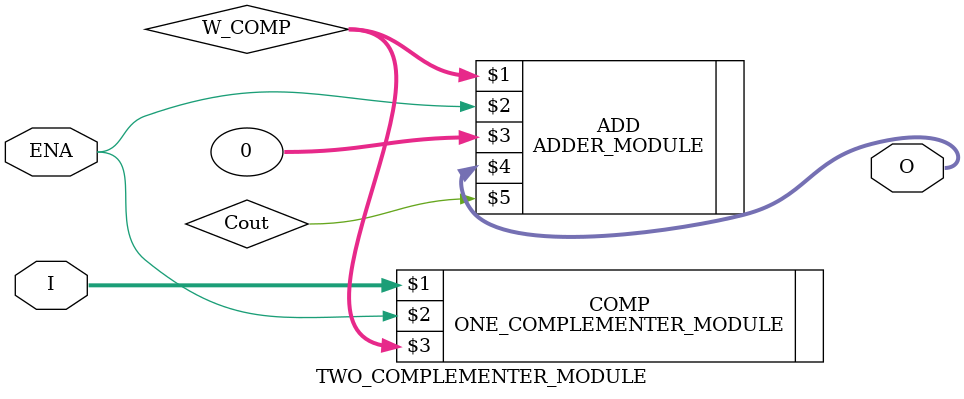
<source format=sv>
module TWO_COMPLEMENTER_MODULE #(parameter WIDTH=32)(I, ENA, O);

	input logic [WIDTH-1:0] I;
	input logic ENA;
	output logic [WIDTH-1:0] O;
	logic Cout;
	logic [WIDTH-1:0] W_COMP;
	
	ONE_COMPLEMENTER_MODULE #(WIDTH) COMP (I, ENA, W_COMP);
	ADDER_MODULE #(WIDTH) ADD (W_COMP, ENA, 0, O, Cout);
	
endmodule 
</source>
